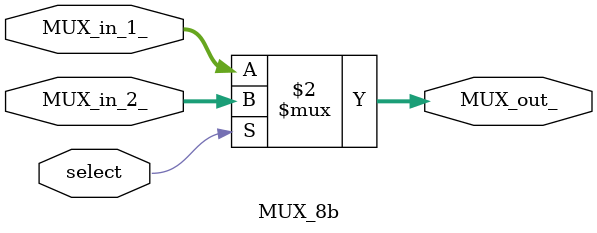
<source format=v>
`timescale 1ns/1ns
module MUX_8b(input [7:0]MUX_in_1_ , input [7:0]MUX_in_2_ ,input select , output [7:0]MUX_out_);
assign MUX_out_ = (select == 1'b1) ? (MUX_in_2_): MUX_in_1_;
endmodule

</source>
